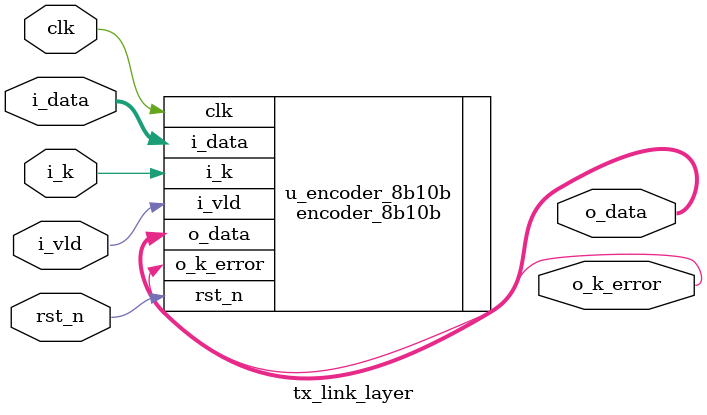
<source format=v>
`include "encoder_8b10b.v"

module tx_link_layer(
    input wire clk,
    input wire rst_n,
    input wire [7:0] i_data,
    input wire i_vld,
    input wire i_k,
    output reg [9:0] o_data,
    output reg o_k_error
);

encoder_8b10b u_encoder_8b10b(
    .clk(clk),
    .rst_n(rst_n),
    .i_data(i_data),
    .i_vld(i_vld),
    .i_k(i_k),
    .o_data(o_data),
    .o_k_error(o_k_error)
);
endmodule

</source>
